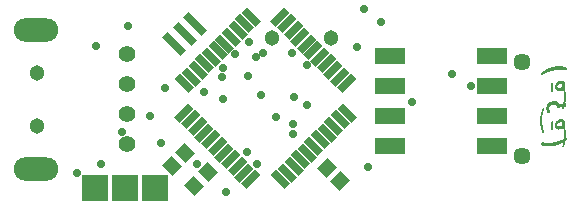
<source format=gbs>
G04 Layer_Color=16711935*
%FSLAX44Y44*%
%MOMM*%
G71*
G01*
G75*
%ADD47R,2.2032X2.2032*%
%ADD53C,1.3032*%
%ADD54C,1.4034*%
%ADD55O,3.7592X1.9812*%
%ADD56C,1.3033*%
%ADD57C,1.0033*%
%ADD58C,1.4531*%
%ADD59C,0.7032*%
G04:AMPARAMS|DCode=60|XSize=1.1532mm|YSize=1.2032mm|CornerRadius=0mm|HoleSize=0mm|Usage=FLASHONLY|Rotation=45.000|XOffset=0mm|YOffset=0mm|HoleType=Round|Shape=Rectangle|*
%AMROTATEDRECTD60*
4,1,4,0.0177,-0.8331,-0.8331,0.0177,-0.0177,0.8331,0.8331,-0.0177,0.0177,-0.8331,0.0*
%
%ADD60ROTATEDRECTD60*%

%ADD61R,2.6432X1.3332*%
G04:AMPARAMS|DCode=62|XSize=0.7112mm|YSize=1.6764mm|CornerRadius=0mm|HoleSize=0mm|Usage=FLASHONLY|Rotation=135.000|XOffset=0mm|YOffset=0mm|HoleType=Round|Shape=Rectangle|*
%AMROTATEDRECTD62*
4,1,4,0.8441,0.3412,-0.3412,-0.8441,-0.8441,-0.3412,0.3412,0.8441,0.8441,0.3412,0.0*
%
%ADD62ROTATEDRECTD62*%

G04:AMPARAMS|DCode=63|XSize=0.7112mm|YSize=1.6764mm|CornerRadius=0mm|HoleSize=0mm|Usage=FLASHONLY|Rotation=225.000|XOffset=0mm|YOffset=0mm|HoleType=Round|Shape=Rectangle|*
%AMROTATEDRECTD63*
4,1,4,-0.3412,0.8441,0.8441,-0.3412,0.3412,-0.8441,-0.8441,0.3412,-0.3412,0.8441,0.0*
%
%ADD63ROTATEDRECTD63*%

G04:AMPARAMS|DCode=64|XSize=1.1532mm|YSize=1.2032mm|CornerRadius=0mm|HoleSize=0mm|Usage=FLASHONLY|Rotation=135.000|XOffset=0mm|YOffset=0mm|HoleType=Round|Shape=Rectangle|*
%AMROTATEDRECTD64*
4,1,4,0.8331,0.0177,-0.0177,-0.8331,-0.8331,-0.0177,0.0177,0.8331,0.8331,0.0177,0.0*
%
%ADD64ROTATEDRECTD64*%

G04:AMPARAMS|DCode=65|XSize=0.6032mm|YSize=2.2032mm|CornerRadius=0mm|HoleSize=0mm|Usage=FLASHONLY|Rotation=225.000|XOffset=0mm|YOffset=0mm|HoleType=Round|Shape=Rectangle|*
%AMROTATEDRECTD65*
4,1,4,-0.5657,0.9922,0.9922,-0.5657,0.5657,-0.9922,-0.9922,0.5657,-0.5657,0.9922,0.0*
%
%ADD65ROTATEDRECTD65*%

G36*
X679222Y465493D02*
X679277Y465465D01*
X679305Y465438D01*
X679361Y465354D01*
X679416Y465271D01*
Y465188D01*
Y465160D01*
Y458553D01*
X679389Y458386D01*
X679305Y458247D01*
X679222Y458164D01*
X679194Y458136D01*
X679028Y458053D01*
X678889Y457970D01*
X678778Y457942D01*
X678722Y457914D01*
X678528Y457858D01*
X678334Y457831D01*
X678223Y457803D01*
X678167D01*
X678000Y457775D01*
X677640D01*
X677529Y457803D01*
X677473Y457831D01*
X677445D01*
X677390Y457914D01*
X677362Y457997D01*
Y458080D01*
Y458108D01*
Y464743D01*
X677390Y464882D01*
X677473Y465021D01*
X677529Y465077D01*
X677556Y465104D01*
X677723Y465215D01*
X677889Y465299D01*
X678000Y465326D01*
X678028Y465354D01*
X678223Y465410D01*
X678417Y465438D01*
X678528Y465465D01*
X678584D01*
X678750Y465493D01*
X678889Y465521D01*
X679111D01*
X679222Y465493D01*
D02*
G37*
G36*
X671587Y476931D02*
X671615Y476903D01*
X671671Y476792D01*
Y476681D01*
Y476598D01*
X671643Y476542D01*
X671310Y475571D01*
X671032Y474627D01*
X670810Y473766D01*
X670699Y473350D01*
X670616Y472961D01*
X670532Y472628D01*
X670477Y472295D01*
X670421Y472017D01*
X670366Y471795D01*
X670338Y471601D01*
X670310Y471462D01*
X670283Y471379D01*
Y471351D01*
X670116Y470379D01*
X670005Y469435D01*
X669922Y468575D01*
X669894Y468158D01*
X669866Y467770D01*
X669838Y467436D01*
Y467103D01*
Y466826D01*
X669811Y466604D01*
Y466409D01*
Y466270D01*
Y466187D01*
Y466159D01*
X669838Y465188D01*
X669894Y464272D01*
X669949Y463411D01*
X670005Y463022D01*
X670061Y462661D01*
X670088Y462328D01*
X670144Y462051D01*
X670172Y461773D01*
X670199Y461551D01*
X670227Y461384D01*
X670255Y461245D01*
X670283Y461162D01*
Y461134D01*
X670477Y460246D01*
X670671Y459385D01*
X670893Y458580D01*
X671004Y458219D01*
X671115Y457886D01*
X671227Y457581D01*
X671310Y457303D01*
X671393Y457053D01*
X671476Y456831D01*
X671532Y456665D01*
X671587Y456554D01*
X671615Y456470D01*
Y456443D01*
X671671Y456248D01*
Y456137D01*
Y456054D01*
X671643Y456026D01*
X671587Y455971D01*
X671476Y455943D01*
X671282Y455860D01*
X671115Y455804D01*
X671060Y455776D01*
X671032D01*
X670810Y455748D01*
X670532D01*
X670421Y455776D01*
X670310Y455832D01*
X670283Y455860D01*
X670255Y455887D01*
X669894Y456748D01*
X669588Y457581D01*
X669311Y458414D01*
X669089Y459136D01*
X668978Y459469D01*
X668895Y459774D01*
X668839Y460052D01*
X668783Y460274D01*
X668728Y460468D01*
X668700Y460607D01*
X668672Y460690D01*
Y460718D01*
X668478Y461690D01*
X668339Y462634D01*
X668256Y463550D01*
X668228Y463966D01*
X668200Y464355D01*
X668173Y464716D01*
X668145Y465049D01*
Y465326D01*
X668117Y465576D01*
Y465771D01*
Y465937D01*
Y466021D01*
Y466048D01*
Y466548D01*
X668145Y467048D01*
X668173Y467492D01*
X668200Y467908D01*
X668228Y468242D01*
X668256Y468519D01*
X668284Y468686D01*
Y468713D01*
Y468741D01*
X668339Y469241D01*
X668395Y469713D01*
X668478Y470157D01*
X668534Y470574D01*
X668617Y470907D01*
X668645Y471157D01*
X668700Y471323D01*
Y471351D01*
Y471379D01*
X668811Y471851D01*
X668922Y472323D01*
X669033Y472739D01*
X669144Y473128D01*
X669255Y473461D01*
X669339Y473711D01*
X669366Y473877D01*
X669394Y473933D01*
X669533Y474432D01*
X669700Y474904D01*
X669838Y475321D01*
X669977Y475737D01*
X670116Y476070D01*
X670199Y476320D01*
X670255Y476487D01*
X670283Y476515D01*
Y476542D01*
X670338Y476626D01*
X670394Y476681D01*
X670449Y476737D01*
X670477D01*
X670616Y476792D01*
X670810Y476876D01*
X670977Y476903D01*
X671004Y476931D01*
X671032D01*
X671310Y476959D01*
X671476D01*
X671587Y476931D01*
D02*
G37*
G36*
X686579Y467242D02*
X686912Y467187D01*
X687051Y467159D01*
X687162Y467131D01*
X687217Y467103D01*
X687245D01*
X687634Y466937D01*
X687967Y466742D01*
X688078Y466659D01*
X688161Y466576D01*
X688217Y466548D01*
X688245Y466520D01*
X688411Y466354D01*
X688550Y466187D01*
X688772Y465826D01*
X688856Y465687D01*
X688911Y465549D01*
X688967Y465465D01*
Y465438D01*
X689050Y465160D01*
X689133Y464882D01*
X689189Y464577D01*
X689216Y464299D01*
X689244Y464049D01*
Y463855D01*
Y463744D01*
Y463689D01*
Y463328D01*
X689189Y462967D01*
X689161Y462661D01*
X689105Y462384D01*
X689050Y462162D01*
X689022Y461995D01*
X688967Y461884D01*
Y461856D01*
X688818Y461503D01*
X689022Y460829D01*
X689133Y460385D01*
X689216Y459996D01*
X689300Y459663D01*
X689355Y459413D01*
X689411Y459247D01*
Y459219D01*
Y459191D01*
X689522Y458691D01*
X689605Y458247D01*
X689688Y457803D01*
X689744Y457387D01*
X689799Y457053D01*
X689827Y456804D01*
X689855Y456637D01*
Y456609D01*
Y456581D01*
X689911Y456082D01*
X689966Y455610D01*
X689994Y455165D01*
Y454749D01*
X690022Y454416D01*
Y454138D01*
Y453972D01*
Y453944D01*
Y453916D01*
Y453416D01*
X689994Y452944D01*
X689966Y452500D01*
Y452084D01*
X689951Y451910D01*
X689966Y451917D01*
X690049Y451945D01*
X690133D01*
X690216Y451917D01*
X690299Y451890D01*
X690327Y451834D01*
X690355Y451806D01*
X690410Y451695D01*
X690466Y451556D01*
X690493Y451445D01*
Y451390D01*
X690521Y451168D01*
X690549Y450946D01*
Y450779D01*
Y450724D01*
Y450696D01*
Y450418D01*
Y450196D01*
X690521Y450057D01*
Y450002D01*
X690493Y449807D01*
X690466Y449669D01*
X690438Y449557D01*
Y449530D01*
X690382Y449419D01*
X690355Y449335D01*
X690327Y449280D01*
X690299Y449252D01*
X690188Y449141D01*
X690160Y449113D01*
X690133D01*
X689466Y448685D01*
Y448669D01*
Y448641D01*
X689355Y448169D01*
X689244Y447697D01*
X689133Y447253D01*
X689022Y446865D01*
X688911Y446559D01*
X688856Y446309D01*
X688800Y446143D01*
X688772Y446115D01*
Y446087D01*
X688633Y445615D01*
X688467Y445171D01*
X688328Y444755D01*
X688189Y444394D01*
X688050Y444061D01*
X687967Y443839D01*
X687912Y443672D01*
X687884Y443644D01*
Y443616D01*
X687828Y443533D01*
X687801Y443505D01*
X687773D01*
X687662Y443450D01*
X687634Y443422D01*
X687606D01*
X687467Y443367D01*
X687412D01*
X687329Y443339D01*
X686940D01*
X686829Y443367D01*
X686746Y443394D01*
X686718D01*
X686551Y443450D01*
X686524Y443478D01*
X686496D01*
X686440Y443589D01*
Y443616D01*
Y443644D01*
X686468Y443727D01*
X686496Y443811D01*
X686524Y443866D01*
Y443894D01*
X686829Y444810D01*
X687106Y445699D01*
X687329Y446531D01*
X687440Y446920D01*
X687523Y447309D01*
X687581Y447541D01*
X687329Y447392D01*
X687079Y447253D01*
X686829Y447114D01*
X686635Y447003D01*
X686440Y446920D01*
X686301Y446865D01*
X686190Y446809D01*
X686135Y446754D01*
X686107D01*
X685385Y446420D01*
X684691Y446143D01*
X684080Y445893D01*
X683497Y445671D01*
X683025Y445504D01*
X682831Y445449D01*
X682664Y445393D01*
X682526Y445338D01*
X682442Y445310D01*
X682387Y445282D01*
X682359D01*
X681693Y445088D01*
X681054Y444949D01*
X680471Y444810D01*
X679972Y444699D01*
X679527Y444644D01*
X679361Y444588D01*
X679194D01*
X679083Y444560D01*
X679000Y444533D01*
X678917D01*
X678306Y444449D01*
X677723Y444394D01*
X677195Y444366D01*
X676723Y444338D01*
X676335Y444310D01*
X675141D01*
X674530Y444338D01*
X673975Y444394D01*
X673475Y444449D01*
X673087Y444477D01*
X672920Y444505D01*
X672781Y444533D01*
X672670D01*
X672587Y444560D01*
X672504D01*
X671948Y444671D01*
X671393Y444782D01*
X670921Y444893D01*
X670477Y444977D01*
X670116Y445088D01*
X669838Y445171D01*
X669727Y445199D01*
X669644D01*
X669616Y445227D01*
X669588D01*
X669477Y445254D01*
X669450Y445282D01*
X669366Y445421D01*
X669339Y445476D01*
Y445504D01*
X669311Y445643D01*
X669283Y445754D01*
X669255Y445865D01*
Y445893D01*
X669228Y446087D01*
Y446254D01*
Y446393D01*
Y446448D01*
Y446754D01*
X669255Y447003D01*
X669283Y447142D01*
Y447198D01*
X669339Y447392D01*
X669394Y447503D01*
X669422Y447586D01*
X669450Y447614D01*
X669533Y447697D01*
X669588Y447725D01*
X669644Y447753D01*
X670005D01*
X670421Y447670D01*
X670782Y447586D01*
X670949Y447559D01*
X671060Y447531D01*
X671143Y447503D01*
X671171D01*
X671615Y447448D01*
X671837Y447420D01*
X672032Y447392D01*
X672198D01*
X672309Y447364D01*
X672420D01*
X672892Y447337D01*
X673087Y447309D01*
X673281D01*
X673447Y447281D01*
X673670D01*
X674114Y447253D01*
X674863D01*
X676029Y447281D01*
X676585Y447337D01*
X677084Y447364D01*
X677529Y447420D01*
X677723D01*
X677862Y447448D01*
X678000D01*
X678084Y447475D01*
X678167D01*
X678833Y447586D01*
X679500Y447697D01*
X680138Y447836D01*
X680693Y447975D01*
X681193Y448086D01*
X681387Y448142D01*
X681554Y448197D01*
X681693Y448225D01*
X681804Y448253D01*
X681859Y448280D01*
X681887D01*
X682609Y448503D01*
X683303Y448725D01*
X683969Y448974D01*
X684580Y449197D01*
X684858Y449308D01*
X685080Y449391D01*
X685302Y449474D01*
X685496Y449557D01*
X685635Y449613D01*
X685746Y449669D01*
X685802Y449696D01*
X685829D01*
X686579Y450057D01*
X687301Y450418D01*
X687995Y450779D01*
X688147Y450862D01*
X688217Y451584D01*
X688245Y452001D01*
X688272Y452361D01*
X688300Y452722D01*
Y453028D01*
X688328Y453305D01*
Y453527D01*
Y453722D01*
Y453861D01*
Y453944D01*
Y453972D01*
X688300Y454916D01*
X688245Y455832D01*
X688189Y456692D01*
X688134Y457081D01*
X688106Y457442D01*
X688050Y457775D01*
X687995Y458080D01*
X687967Y458358D01*
X687939Y458580D01*
X687912Y458775D01*
X687884Y458913D01*
X687856Y458997D01*
Y459025D01*
X687686Y459851D01*
X687662Y459830D01*
X687523Y459719D01*
X687412Y459635D01*
X687356Y459580D01*
X687329Y459552D01*
X686912Y459302D01*
X686551Y459080D01*
X686385Y459025D01*
X686274Y458969D01*
X686190Y458913D01*
X686163D01*
X685718Y458775D01*
X685496Y458719D01*
X685330Y458691D01*
X685163Y458636D01*
X685052D01*
X684969Y458608D01*
X684941D01*
X684497Y458553D01*
X684303D01*
X684136Y458525D01*
X683803D01*
X683386Y458553D01*
X683053Y458608D01*
X682887D01*
X682776Y458636D01*
X682720Y458663D01*
X682692D01*
X682331Y458830D01*
X681998Y458997D01*
X681887Y459080D01*
X681804Y459163D01*
X681748Y459191D01*
X681721Y459219D01*
X681415Y459580D01*
X681193Y459941D01*
X681110Y460079D01*
X681054Y460218D01*
X680999Y460302D01*
Y460329D01*
X680916Y460607D01*
X680860Y460912D01*
X680805Y461190D01*
X680777Y461468D01*
Y461717D01*
X680749Y461940D01*
Y462051D01*
Y462106D01*
Y462439D01*
X680777Y462772D01*
X680832Y463050D01*
X680860Y463300D01*
X680916Y463522D01*
X680943Y463661D01*
X680971Y463772D01*
Y463800D01*
X681165Y464327D01*
X681276Y464549D01*
X681360Y464743D01*
X681443Y464882D01*
X681526Y464993D01*
X681554Y465077D01*
X681582Y465104D01*
X681887Y465493D01*
X682193Y465798D01*
X682304Y465910D01*
X682415Y466021D01*
X682470Y466048D01*
X682498Y466076D01*
X682887Y466354D01*
X683248Y466576D01*
X683386Y466631D01*
X683497Y466687D01*
X683581Y466742D01*
X683608D01*
X684053Y466909D01*
X684275Y466992D01*
X684469Y467048D01*
X684636Y467076D01*
X684747Y467103D01*
X684830Y467131D01*
X684858D01*
X685358Y467214D01*
X685552Y467242D01*
X685774D01*
X685913Y467270D01*
X686163D01*
X686579Y467242D01*
D02*
G37*
G36*
Y499807D02*
X686912Y499752D01*
X687051Y499724D01*
X687162Y499696D01*
X687217Y499668D01*
X687245D01*
X687634Y499502D01*
X687967Y499307D01*
X688078Y499224D01*
X688161Y499141D01*
X688217Y499113D01*
X688245Y499085D01*
X688411Y498919D01*
X688550Y498752D01*
X688772Y498391D01*
X688856Y498252D01*
X688911Y498114D01*
X688967Y498030D01*
Y498003D01*
X689050Y497725D01*
X689133Y497447D01*
X689189Y497142D01*
X689216Y496864D01*
X689244Y496614D01*
Y496420D01*
Y496309D01*
Y496254D01*
Y495893D01*
X689189Y495532D01*
X689161Y495226D01*
X689105Y494949D01*
X689050Y494727D01*
X689022Y494560D01*
X688967Y494449D01*
Y494421D01*
X688818Y494068D01*
X689022Y493394D01*
X689133Y492950D01*
X689216Y492561D01*
X689300Y492228D01*
X689355Y491978D01*
X689411Y491812D01*
Y491784D01*
Y491756D01*
X689522Y491256D01*
X689605Y490812D01*
X689688Y490368D01*
X689744Y489952D01*
X689799Y489618D01*
X689827Y489369D01*
X689855Y489202D01*
Y489174D01*
Y489146D01*
X689911Y488647D01*
X689966Y488175D01*
X689994Y487731D01*
Y487314D01*
X690022Y486981D01*
Y486703D01*
Y486537D01*
Y486509D01*
Y486481D01*
Y485982D01*
X689994Y485510D01*
X689966Y485065D01*
Y484649D01*
X689938Y484316D01*
X689911Y484038D01*
X689883Y483872D01*
Y483844D01*
Y483816D01*
X689827Y483316D01*
X689772Y482844D01*
X689688Y482400D01*
X689633Y482012D01*
X689549Y481678D01*
X689522Y481429D01*
X689466Y481262D01*
Y481234D01*
Y481207D01*
X689355Y480736D01*
X689772Y480818D01*
X689855D01*
X689938Y480790D01*
X690049Y480707D01*
X690105Y480623D01*
X690133Y480596D01*
Y480568D01*
X690188Y480429D01*
X690216Y480262D01*
X690244Y479874D01*
X690271Y479707D01*
Y479541D01*
Y479430D01*
Y479402D01*
Y479096D01*
X690244Y478874D01*
X690216Y478708D01*
Y478680D01*
Y478652D01*
X690188Y478458D01*
X690160Y478319D01*
X690133Y478208D01*
Y478180D01*
X690077Y478069D01*
X690049Y477986D01*
X690022Y477930D01*
X689994Y477903D01*
X689938Y477847D01*
X689855Y477820D01*
X689772D01*
X688403Y477546D01*
X688328Y477320D01*
X688189Y476959D01*
X688050Y476626D01*
X687967Y476404D01*
X687912Y476237D01*
X687884Y476209D01*
Y476181D01*
X687828Y476098D01*
X687801Y476070D01*
X687773D01*
X687662Y476015D01*
X687634Y475987D01*
X687606D01*
X687467Y475932D01*
X687412D01*
X687329Y475904D01*
X686940D01*
X686829Y475932D01*
X686746Y475959D01*
X686718D01*
X686551Y476015D01*
X686524Y476043D01*
X686496D01*
X686440Y476154D01*
Y476181D01*
Y476209D01*
X686468Y476292D01*
X686496Y476376D01*
X686524Y476431D01*
Y476459D01*
X686777Y477221D01*
X682831Y476431D01*
X682637Y476404D01*
X682470D01*
X682359Y476431D01*
X682331Y476459D01*
X682276Y476515D01*
X682220Y476626D01*
X682165Y476820D01*
X682137Y476987D01*
Y477042D01*
Y477070D01*
Y477514D01*
X682109Y477930D01*
X682026Y478291D01*
X681887Y478597D01*
X681748Y478847D01*
X681582Y479013D01*
X681471Y479152D01*
X681360Y479208D01*
X681332Y479235D01*
X680999Y479402D01*
X680610Y479485D01*
X680194Y479541D01*
X679444D01*
X679166Y479485D01*
X679055D01*
X678972Y479457D01*
X678889D01*
X678334Y479319D01*
X677862Y479124D01*
X677445Y478930D01*
X677140Y478736D01*
X676890Y478541D01*
X676696Y478402D01*
X676585Y478291D01*
X676557Y478264D01*
X676307Y477930D01*
X676140Y477597D01*
X676002Y477237D01*
X675918Y476903D01*
X675863Y476626D01*
X675835Y476404D01*
Y476237D01*
Y476209D01*
Y476181D01*
X675863Y475765D01*
X675891Y475571D01*
X675918Y475404D01*
X675946Y475293D01*
X675974Y475182D01*
X676002Y475126D01*
Y475099D01*
X676140Y474766D01*
X676252Y474516D01*
X676335Y474349D01*
X676363Y474321D01*
Y474294D01*
X676501Y474072D01*
X676612Y473905D01*
X676696Y473794D01*
X676723Y473738D01*
X676834Y473600D01*
X676890Y473489D01*
X676918Y473405D01*
Y473377D01*
X676890Y473239D01*
X676862Y473211D01*
Y473183D01*
X676807Y473128D01*
X676751Y473072D01*
X676696Y473044D01*
X676668Y473017D01*
X676557Y472961D01*
X676446Y472906D01*
X676363Y472878D01*
X676307Y472850D01*
X676113Y472794D01*
X675918Y472739D01*
X675752Y472711D01*
X675696D01*
X675474Y472683D01*
X675307Y472656D01*
X675197Y472628D01*
X675169D01*
X675002Y472600D01*
X674891Y472572D01*
X674780D01*
X674613Y472600D01*
X674558Y472628D01*
X674530D01*
X674391Y472711D01*
X674364Y472767D01*
X674336D01*
X674225Y472906D01*
X674114Y473072D01*
X674031Y473211D01*
X674003Y473266D01*
X673892Y473544D01*
X673781Y473794D01*
X673753Y473905D01*
X673725Y473988D01*
X673697Y474044D01*
Y474072D01*
X673614Y474432D01*
X673531Y474738D01*
X673503Y474877D01*
Y474988D01*
X673475Y475043D01*
Y475071D01*
X673420Y475487D01*
X673392Y475821D01*
Y475959D01*
Y476070D01*
Y476126D01*
Y476154D01*
X673420Y476598D01*
X673447Y477014D01*
X673503Y477403D01*
X673559Y477736D01*
X673614Y478014D01*
X673642Y478236D01*
X673697Y478347D01*
Y478402D01*
X673836Y478791D01*
X673975Y479124D01*
X674141Y479430D01*
X674280Y479707D01*
X674419Y479957D01*
X674530Y480124D01*
X674613Y480235D01*
X674641Y480262D01*
X674919Y480568D01*
X675197Y480845D01*
X675474Y481068D01*
X675752Y481262D01*
X675974Y481429D01*
X676168Y481540D01*
X676279Y481623D01*
X676335Y481651D01*
X676723Y481845D01*
X677168Y482039D01*
X677556Y482178D01*
X677945Y482317D01*
X678306Y482400D01*
X678556Y482483D01*
X678667Y482511D01*
X678750Y482539D01*
X678806D01*
X679194Y482595D01*
X679583Y482650D01*
X679916Y482678D01*
X680805D01*
X681138Y482650D01*
X681471Y482595D01*
X681748Y482511D01*
X681998Y482456D01*
X682193Y482373D01*
X682331Y482317D01*
X682442Y482289D01*
X682470Y482261D01*
X682748Y482123D01*
X682970Y481984D01*
X683192Y481817D01*
X683386Y481651D01*
X683525Y481512D01*
X683636Y481401D01*
X683692Y481317D01*
X683719Y481290D01*
X683886Y481040D01*
X684053Y480790D01*
X684164Y480540D01*
X684247Y480290D01*
X684330Y480096D01*
X684386Y479929D01*
X684414Y479791D01*
Y479763D01*
X687641Y480398D01*
X687662Y480512D01*
X687717Y480762D01*
X687773Y480984D01*
X687801Y481179D01*
X687828Y481317D01*
X687856Y481401D01*
Y481429D01*
X688023Y482373D01*
X688134Y483289D01*
X688217Y484149D01*
X688245Y484566D01*
X688272Y484927D01*
X688300Y485288D01*
Y485593D01*
X688328Y485871D01*
Y486093D01*
Y486287D01*
Y486426D01*
Y486509D01*
Y486537D01*
X688300Y487481D01*
X688245Y488397D01*
X688189Y489258D01*
X688134Y489646D01*
X688106Y490007D01*
X688050Y490340D01*
X687995Y490646D01*
X687967Y490923D01*
X687939Y491145D01*
X687912Y491340D01*
X687884Y491479D01*
X687856Y491562D01*
Y491590D01*
X687686Y492416D01*
X687662Y492395D01*
X687523Y492284D01*
X687412Y492200D01*
X687356Y492145D01*
X687329Y492117D01*
X686912Y491867D01*
X686551Y491645D01*
X686385Y491590D01*
X686274Y491534D01*
X686190Y491479D01*
X686163D01*
X685718Y491340D01*
X685496Y491284D01*
X685330Y491256D01*
X685163Y491201D01*
X685052D01*
X684969Y491173D01*
X684941D01*
X684497Y491118D01*
X684303D01*
X684136Y491090D01*
X683803D01*
X683386Y491118D01*
X683053Y491173D01*
X682887D01*
X682776Y491201D01*
X682720Y491229D01*
X682692D01*
X682331Y491395D01*
X681998Y491562D01*
X681887Y491645D01*
X681804Y491728D01*
X681748Y491756D01*
X681721Y491784D01*
X681415Y492145D01*
X681193Y492506D01*
X681110Y492645D01*
X681054Y492783D01*
X680999Y492867D01*
Y492894D01*
X680916Y493172D01*
X680860Y493477D01*
X680805Y493755D01*
X680777Y494033D01*
Y494282D01*
X680749Y494505D01*
Y494616D01*
Y494671D01*
Y495004D01*
X680777Y495337D01*
X680832Y495615D01*
X680860Y495865D01*
X680916Y496087D01*
X680943Y496226D01*
X680971Y496337D01*
Y496365D01*
X681165Y496892D01*
X681276Y497114D01*
X681360Y497309D01*
X681443Y497447D01*
X681526Y497558D01*
X681554Y497642D01*
X681582Y497669D01*
X681887Y498058D01*
X682193Y498363D01*
X682304Y498475D01*
X682415Y498586D01*
X682470Y498613D01*
X682498Y498641D01*
X682887Y498919D01*
X683248Y499141D01*
X683386Y499196D01*
X683497Y499252D01*
X683581Y499307D01*
X683608D01*
X684053Y499474D01*
X684275Y499557D01*
X684469Y499613D01*
X684636Y499641D01*
X684747Y499668D01*
X684830Y499696D01*
X684858D01*
X685358Y499779D01*
X685552Y499807D01*
X685774D01*
X685913Y499835D01*
X686163D01*
X686579Y499807D01*
D02*
G37*
G36*
X685219Y512106D02*
X685774Y512078D01*
X686274Y512023D01*
X686690Y511967D01*
X686857Y511939D01*
X686995D01*
X687106Y511911D01*
X687217Y511884D01*
X687273D01*
X687856Y511773D01*
X688383Y511662D01*
X688883Y511550D01*
X689327Y511467D01*
X689688Y511356D01*
X689966Y511301D01*
X690049Y511245D01*
X690133D01*
X690160Y511217D01*
X690188D01*
X690299Y511162D01*
X690327Y511134D01*
Y511106D01*
X690382Y511051D01*
X690410Y510995D01*
X690438Y510940D01*
Y510912D01*
X690466Y510801D01*
X690493Y510690D01*
X690521Y510579D01*
Y510551D01*
X690549Y510384D01*
Y510190D01*
Y510051D01*
Y510024D01*
Y509996D01*
Y509663D01*
X690521Y509413D01*
X690493Y509274D01*
Y509218D01*
X690438Y509052D01*
X690410Y508941D01*
X690382Y508858D01*
X690355Y508830D01*
X690271Y508747D01*
X690188Y508691D01*
X690133Y508663D01*
X689883D01*
X689799Y508691D01*
X689772D01*
X689383Y508774D01*
X688994Y508830D01*
X688856Y508858D01*
X688744Y508885D01*
X688633D01*
X688189Y508969D01*
X687967Y508996D01*
X687773Y509024D01*
X687606D01*
X687467Y509052D01*
X687356D01*
X686884Y509108D01*
X686662Y509135D01*
X686468D01*
X686329Y509163D01*
X686079D01*
X685635Y509191D01*
X685413Y509218D01*
X684885D01*
X683719Y509163D01*
X683164Y509135D01*
X682664Y509080D01*
X682220Y509024D01*
X682054Y508996D01*
X681887D01*
X681748Y508969D01*
X681665Y508941D01*
X681582D01*
X680916Y508830D01*
X680249Y508719D01*
X679638Y508580D01*
X679055Y508441D01*
X678584Y508330D01*
X678361Y508275D01*
X678195Y508219D01*
X678056Y508191D01*
X677945Y508164D01*
X677889Y508136D01*
X677862D01*
X677140Y507914D01*
X676446Y507692D01*
X675779Y507469D01*
X675197Y507220D01*
X674919Y507136D01*
X674669Y507025D01*
X674475Y506942D01*
X674280Y506859D01*
X674141Y506803D01*
X674031Y506748D01*
X673975Y506720D01*
X673947D01*
X673198Y506387D01*
X672476Y506026D01*
X671809Y505665D01*
X671199Y505332D01*
X670921Y505165D01*
X670671Y505026D01*
X670449Y504888D01*
X670283Y504804D01*
X670116Y504693D01*
X670005Y504638D01*
X669949Y504610D01*
X669922Y504582D01*
X669811Y504527D01*
X669727Y504499D01*
X669644D01*
X669561Y504527D01*
X669477Y504582D01*
X669450Y504610D01*
X669422Y504638D01*
X669366Y504749D01*
X669311Y504888D01*
X669283Y504999D01*
Y505026D01*
X669255Y505248D01*
X669228Y505471D01*
Y505582D01*
Y505665D01*
Y505720D01*
Y505748D01*
Y506026D01*
X669255Y506248D01*
Y506359D01*
Y506414D01*
X669283Y506609D01*
X669311Y506748D01*
X669339Y506831D01*
Y506859D01*
X669394Y506970D01*
X669422Y507053D01*
X669477Y507109D01*
Y507136D01*
X669616Y507275D01*
X669644Y507331D01*
X669672D01*
X670421Y507830D01*
X671171Y508275D01*
X671837Y508663D01*
X672420Y508996D01*
X672698Y509135D01*
X672920Y509274D01*
X673142Y509385D01*
X673309Y509468D01*
X673447Y509552D01*
X673559Y509607D01*
X673614Y509635D01*
X673642D01*
X674364Y509968D01*
X675058Y510274D01*
X675696Y510523D01*
X676252Y510745D01*
X676723Y510912D01*
X676918Y510967D01*
X677084Y511023D01*
X677223Y511079D01*
X677306Y511106D01*
X677362Y511134D01*
X677390D01*
X678056Y511328D01*
X678695Y511495D01*
X679277Y511634D01*
X679777Y511745D01*
X680221Y511800D01*
X680388Y511856D01*
X680555D01*
X680666Y511884D01*
X680749Y511911D01*
X680832D01*
X681443Y511995D01*
X682026Y512050D01*
X682553Y512106D01*
X683025Y512133D01*
X683414Y512161D01*
X684608D01*
X685219Y512106D01*
D02*
G37*
G36*
X679222Y498058D02*
X679277Y498030D01*
X679305Y498003D01*
X679361Y497919D01*
X679416Y497836D01*
Y497753D01*
Y497725D01*
Y491118D01*
X679389Y490951D01*
X679305Y490812D01*
X679222Y490729D01*
X679194Y490701D01*
X679028Y490618D01*
X678889Y490535D01*
X678778Y490507D01*
X678722Y490479D01*
X678528Y490424D01*
X678334Y490396D01*
X678223Y490368D01*
X678167D01*
X678000Y490340D01*
X677640D01*
X677529Y490368D01*
X677473Y490396D01*
X677445D01*
X677390Y490479D01*
X677362Y490562D01*
Y490646D01*
Y490673D01*
Y497309D01*
X677390Y497447D01*
X677473Y497586D01*
X677529Y497642D01*
X677556Y497669D01*
X677723Y497780D01*
X677889Y497864D01*
X678000Y497892D01*
X678028Y497919D01*
X678223Y497975D01*
X678417Y498003D01*
X678528Y498030D01*
X678584D01*
X678750Y498058D01*
X678889Y498086D01*
X679111D01*
X679222Y498058D01*
D02*
G37*
%LPC*%
G36*
X686107Y464549D02*
X685718D01*
X685524Y464521D01*
X685358Y464494D01*
X685302D01*
X685052Y464466D01*
X684830Y464410D01*
X684663Y464383D01*
X684636Y464355D01*
X684608D01*
X684358Y464272D01*
X684136Y464188D01*
X683969Y464133D01*
X683942Y464105D01*
X683914D01*
X683692Y463966D01*
X683497Y463827D01*
X683359Y463744D01*
X683303Y463689D01*
X683137Y463522D01*
X682998Y463355D01*
X682914Y463217D01*
X682887Y463189D01*
Y463161D01*
X682803Y462911D01*
X682776Y462661D01*
X682748Y462578D01*
Y462495D01*
Y462439D01*
Y462411D01*
X682776Y462189D01*
X682803Y461995D01*
X682831Y461884D01*
Y461828D01*
X682914Y461690D01*
X683025Y461579D01*
X683081Y461495D01*
X683109Y461468D01*
X683248Y461384D01*
X683359Y461329D01*
X683470Y461273D01*
X683497D01*
X683692Y461245D01*
X684219D01*
X684386Y461273D01*
X684580D01*
X684830Y461301D01*
X685052Y461329D01*
X685219Y461384D01*
X685274D01*
X685524Y461468D01*
X685746Y461551D01*
X685913Y461606D01*
X685940Y461634D01*
X685968D01*
X686218Y461773D01*
X686412Y461884D01*
X686551Y461995D01*
X686607Y462023D01*
X686801Y462217D01*
X686940Y462384D01*
X687011Y462503D01*
X686912Y462800D01*
X686801Y463106D01*
X686718Y463355D01*
X686635Y463577D01*
X686579Y463744D01*
X686524Y463883D01*
X686496Y463966D01*
Y463994D01*
X686440Y464133D01*
Y464188D01*
X686496Y464327D01*
X686524Y464355D01*
X686621Y464394D01*
X686579Y464410D01*
X686496Y464466D01*
X686440D01*
X686274Y464521D01*
X686107Y464549D01*
D02*
G37*
G36*
Y497114D02*
X685718D01*
X685524Y497086D01*
X685358Y497059D01*
X685302D01*
X685052Y497031D01*
X684830Y496975D01*
X684663Y496948D01*
X684636Y496920D01*
X684608D01*
X684358Y496837D01*
X684136Y496753D01*
X683969Y496698D01*
X683942Y496670D01*
X683914D01*
X683692Y496531D01*
X683497Y496392D01*
X683359Y496309D01*
X683303Y496254D01*
X683137Y496087D01*
X682998Y495920D01*
X682914Y495782D01*
X682887Y495754D01*
Y495726D01*
X682803Y495476D01*
X682776Y495226D01*
X682748Y495143D01*
Y495060D01*
Y495004D01*
Y494977D01*
X682776Y494754D01*
X682803Y494560D01*
X682831Y494449D01*
Y494394D01*
X682914Y494255D01*
X683025Y494144D01*
X683081Y494060D01*
X683109Y494033D01*
X683248Y493949D01*
X683359Y493894D01*
X683470Y493838D01*
X683497D01*
X683692Y493811D01*
X684219D01*
X684386Y493838D01*
X684580D01*
X684830Y493866D01*
X685052Y493894D01*
X685219Y493949D01*
X685274D01*
X685524Y494033D01*
X685746Y494116D01*
X685913Y494171D01*
X685940Y494199D01*
X685968D01*
X686218Y494338D01*
X686412Y494449D01*
X686551Y494560D01*
X686607Y494588D01*
X686801Y494782D01*
X686940Y494949D01*
X687011Y495068D01*
X686912Y495365D01*
X686801Y495671D01*
X686718Y495920D01*
X686635Y496143D01*
X686579Y496309D01*
X686524Y496448D01*
X686496Y496531D01*
Y496559D01*
X686440Y496698D01*
Y496753D01*
X686496Y496892D01*
X686524Y496920D01*
X686621Y496959D01*
X686579Y496975D01*
X686496Y497031D01*
X686440D01*
X686274Y497086D01*
X686107Y497114D01*
D02*
G37*
%LPD*%
D47*
X341630Y408940D02*
D03*
X316230D02*
D03*
X290830D02*
D03*
D53*
X440690Y535880D02*
D03*
X490690D02*
D03*
D54*
X318531Y446080D02*
D03*
Y471480D02*
D03*
Y496880D02*
D03*
Y522280D02*
D03*
D55*
X241320Y542371D02*
D03*
Y425369D02*
D03*
D56*
X242019Y506369D02*
D03*
Y461371D02*
D03*
D57*
X245321Y425369D02*
D03*
X249319D02*
D03*
X237320D02*
D03*
X233319D02*
D03*
X245321Y542371D02*
D03*
X249319D02*
D03*
X237320D02*
D03*
X233319D02*
D03*
D58*
X652971Y435882D02*
D03*
Y515882D02*
D03*
D59*
X402413Y405238D02*
D03*
X559506Y481444D02*
D03*
X609331Y495300D02*
D03*
X398673Y502813D02*
D03*
X470408Y512826D02*
D03*
X470662Y479298D02*
D03*
X444880Y468924D02*
D03*
X292354Y529082D02*
D03*
X513080Y528320D02*
D03*
X458470Y454938D02*
D03*
X458684Y462954D02*
D03*
X518668Y560832D02*
D03*
X421894Y532638D02*
D03*
X409702Y522732D02*
D03*
X296418Y429260D02*
D03*
X419608Y439674D02*
D03*
X399796Y510794D02*
D03*
X383540Y490474D02*
D03*
X431800Y487934D02*
D03*
X459556Y486349D02*
D03*
X427228Y519938D02*
D03*
X420878Y504190D02*
D03*
X314072Y456820D02*
D03*
X337566Y470154D02*
D03*
X399796Y484378D02*
D03*
X346920Y447040D02*
D03*
X428244Y429006D02*
D03*
X377698D02*
D03*
X593852Y505353D02*
D03*
X533146Y549656D02*
D03*
X350901Y493903D02*
D03*
X276098Y421894D02*
D03*
X522478Y426466D02*
D03*
X458216Y523494D02*
D03*
X433324D02*
D03*
X319532Y545846D02*
D03*
D60*
X375343Y410903D02*
D03*
X386657Y422217D02*
D03*
X367607Y438891D02*
D03*
X356293Y427578D02*
D03*
D61*
X627200Y495300D02*
D03*
Y520700D02*
D03*
Y469900D02*
D03*
Y444500D02*
D03*
X541200D02*
D03*
Y469900D02*
D03*
Y495300D02*
D03*
Y520700D02*
D03*
D62*
X423217Y416351D02*
D03*
X417650Y421919D02*
D03*
X411902Y427666D02*
D03*
X406334Y433234D02*
D03*
X400587Y438982D02*
D03*
X395019Y444549D02*
D03*
X389452Y450117D02*
D03*
X383704Y455864D02*
D03*
X378136Y461432D02*
D03*
X372389Y467180D02*
D03*
X366821Y472747D02*
D03*
X448003Y553929D02*
D03*
X453570Y548361D02*
D03*
X459318Y542614D02*
D03*
X464885Y537046D02*
D03*
X470633Y531298D02*
D03*
X476201Y525731D02*
D03*
X481768Y520163D02*
D03*
X487516Y514416D02*
D03*
X493084Y508848D02*
D03*
X498831Y503100D02*
D03*
X504399Y497533D02*
D03*
D63*
X366821D02*
D03*
X372389Y503100D02*
D03*
X378136Y508848D02*
D03*
X383704Y514416D02*
D03*
X389452Y520163D02*
D03*
X395019Y525731D02*
D03*
X400587Y531298D02*
D03*
X406334Y537046D02*
D03*
X411902Y542614D02*
D03*
X417650Y548361D02*
D03*
X423217Y553929D02*
D03*
X504399Y472747D02*
D03*
X498831Y467180D02*
D03*
X493084Y461432D02*
D03*
X487516Y455864D02*
D03*
X481768Y450117D02*
D03*
X476201Y444549D02*
D03*
X470633Y438982D02*
D03*
X464885Y433234D02*
D03*
X459318Y427666D02*
D03*
X453570Y421919D02*
D03*
X448003Y416351D02*
D03*
D64*
X498741Y414713D02*
D03*
X487427Y426027D02*
D03*
D65*
X358545Y531265D02*
D03*
X367030Y539750D02*
D03*
X375515Y548235D02*
D03*
M02*

</source>
